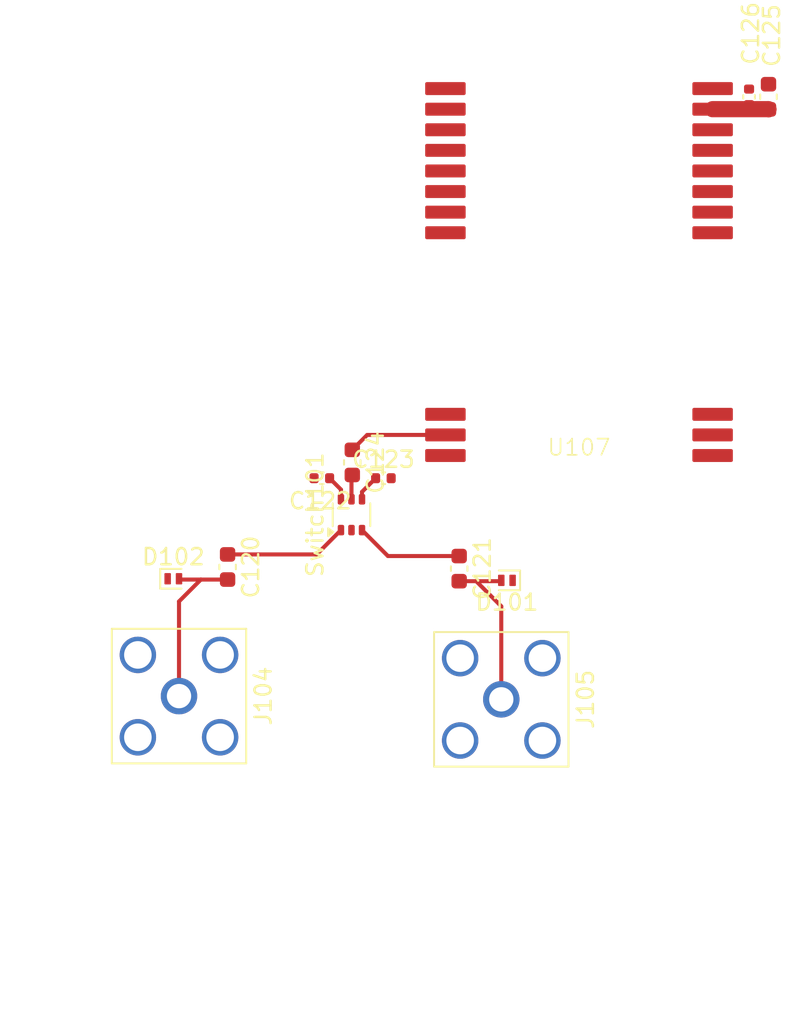
<source format=kicad_pcb>
(kicad_pcb (version 20240108) (generator "pcbnew") (generator_version "8.0")
  (layers (0 "F.Cu" signal) (31 "B.Cu" signal) (34 "B.Paste" user) (35 "F.Paste" user) (36 "B.SilkS" user "B.Silkscreen") (37 "F.SilkS" user "F.Silkscreen") (38 "B.Mask" user) (39 "F.Mask" user) (44 "Edge.Cuts" user))
  (net 0 "")
  (net 1 "Net-(D102-A2)")
  (net 2 "Net-(Switch101-J3)")
  (net 3 "Net-(D101-A2)")
  (net 4 "Net-(Switch101-J2)")
  (net 5 "/RF_switch1")
  (net 6 "GND")
  (net 7 "/RF_switch2")
  (net 8 "Net-(U107-ANT)")
  (net 9 "Net-(Switch101-J1)")
  (net 10 "VDD")
  (net 11 "/LoRa_RTX")
  (net 12 "/LoRa_M1")
  (net 13 "/LoRa_AUX")
  (net 14 "/LoRa_M0")
  (net 15 "/LoRa_TRX")
  (footprint "Connector_Coaxial:SMA_Amphenol_132203-12_Horizontal" (layer "F.Cu") (at 109.1 123.0375 180)
    (property "Reference" "J104" (at -5.2 0 -90) (layer "F.SilkS"))
    (property "Value" "SMA")
    (fp_line (start 4.15 -4.15) (end 4.15 4.15) (stroke (width 0.12)) (layer "F.SilkS"))
    (fp_line (start -4.15 4.15) (end 4.15 4.15) (stroke (width 0.12)) (layer "F.SilkS"))
    (fp_line (start -4.15 -4.15) (end 4.15 -4.15) (stroke (width 0.12)) (layer "F.SilkS"))
    (fp_line (start -4.15 -4.15) (end -4.15 4.15) (stroke (width 0.12)) (layer "F.SilkS"))
    (pad "1" thru_hole circle (at 0 0 180) (size 2.25 2.25) (drill 1.5) (layers "*.Cu" "*.Mask") (net 1 "Net-(D102-A2)"))
    (pad "2" thru_hole circle (at -2.54 -2.54 180) (size 2.25 2.25) (drill 1.7) (layers "*.Cu" "*.Mask") (net 6 "GND"))
    (pad "2" thru_hole circle (at -2.54 2.54 180) (size 2.25 2.25) (drill 1.7) (layers "*.Cu" "*.Mask") (net 6 "GND"))
    (pad "2" thru_hole circle (at 2.54 -2.54 180) (size 2.25 2.25) (drill 1.7) (layers "*.Cu" "*.Mask") (net 6 "GND"))
    (pad "2" thru_hole circle (at 2.54 2.54 270) (size 2.25 2.25) (drill 1.7) (layers "*.Cu" "*.Mask") (net 6 "GND"))
  )
  (footprint "Diode_SMD:D_SOD-882" (layer "F.Cu") (at 129.35 115.9 180)
    (property "Reference" "D101" (at 0 -1.35 180) (layer "F.SilkS"))
    (property "Value" "ESD9B5.0ST5G")
    (fp_line (start -0.81 0.61) (end 0.5 0.61) (stroke (width 0.12)) (layer "F.SilkS"))
    (fp_line (start -0.81 -0.61) (end 0.5 -0.61) (stroke (width 0.12)) (layer "F.SilkS"))
    (fp_line (start -0.81 -0.61) (end -0.81 0.61) (stroke (width 0.12)) (layer "F.SilkS"))
    (pad "1" smd roundrect (at -0.35 0 180) (size 0.4 0.7) (layers "F.Cu" "F.Mask") (roundrect_rratio 0.125) (net 6 "GND"))
    (pad "2" smd roundrect (at 0.35 0 180) (size 0.4 0.7) (layers "F.Cu" "F.Mask") (roundrect_rratio 0.125) (net 3 "Net-(D101-A2)"))
  )
  (footprint "Capacitor_SMD:C_0402_1005Metric" (layer "F.Cu") (at 121.72 109.6)
    (property "Reference" "C123" (at 0 -1.16 0) (layer "F.SilkS"))
    (property "Value" "100n")
    (fp_line (start -0.107836 -0.36) (end 0.107836 -0.36) (stroke (width 0.12)) (layer "F.SilkS"))
    (fp_line (start -0.107836 0.36) (end 0.107836 0.36) (stroke (width 0.12)) (layer "F.SilkS"))
    (pad "1" smd roundrect (at -0.48 0) (size 0.56 0.62) (layers "F.Cu" "F.Paste" "F.Mask") (net 7 "/RF_switch2"))
    (pad "2" smd roundrect (at 0.48 0) (size 0.56 0.62) (layers "F.Cu" "F.Paste" "F.Mask") (net 6 "GND"))
  )
  (footprint "Package_TO_SOT_SMD:SOT-363_SC-70-6" (layer "F.Cu") (at 119.75 111.85 90)
    (property "Reference" "Switch101" (at 0 -2.25 -90) (layer "F.SilkS"))
    (property "Value" "XA17-G4K1")
    (fp_line (start -0.71 -1.16) (end 0.7 -1.16) (stroke (width 0.12)) (layer "F.SilkS"))
    (fp_line (start -0.7 1.16) (end 0.7 1.16) (stroke (width 0.12)) (layer "F.SilkS"))
    (fp_poly (pts (xy -1.08 -1.11) (xy -1.32 -1.44) (xy -0.84 -1.44) (xy -1.08 -1.11)) (stroke (width 0.12)) (fill solid) (layer "F.SilkS"))
    (pad "1" smd roundrect (at -0.95 -0.65 90) (size 0.65 0.4) (layers "F.Cu" "F.Paste" "F.Mask") (net 2 "Net-(Switch101-J3)"))
    (pad "2" smd roundrect (at -0.95 0 90) (size 0.65 0.4) (layers "F.Cu" "F.Paste" "F.Mask") (net 6 "GND"))
    (pad "3" smd roundrect (at -0.95 0.65 90) (size 0.65 0.4) (layers "F.Cu" "F.Paste" "F.Mask") (net 4 "Net-(Switch101-J2)"))
    (pad "4" smd roundrect (at 0.95 0.65 90) (size 0.65 0.4) (layers "F.Cu" "F.Paste" "F.Mask") (net 7 "/RF_switch2"))
    (pad "5" smd roundrect (at 0.95 0 90) (size 0.65 0.4) (layers "F.Cu" "F.Paste" "F.Mask") (net 9 "Net-(Switch101-J1)"))
    (pad "6" smd roundrect (at 0.95 -0.65 90) (size 0.65 0.4) (layers "F.Cu" "F.Paste" "F.Mask") (net 5 "/RF_switch1"))
  )
  (footprint "Connector_Coaxial:SMA_Amphenol_132203-12_Horizontal" (layer "F.Cu") (at 129 123.2375 180)
    (property "Reference" "J105" (at -5.2 0 -90) (layer "F.SilkS"))
    (property "Value" "SMA")
    (fp_line (start 4.15 -4.15) (end 4.15 4.15) (stroke (width 0.12)) (layer "F.SilkS"))
    (fp_line (start -4.15 4.15) (end 4.15 4.15) (stroke (width 0.12)) (layer "F.SilkS"))
    (fp_line (start -4.15 -4.15) (end 4.15 -4.15) (stroke (width 0.12)) (layer "F.SilkS"))
    (fp_line (start -4.15 -4.15) (end -4.15 4.15) (stroke (width 0.12)) (layer "F.SilkS"))
    (pad "1" thru_hole circle (at 0 0 180) (size 2.25 2.25) (drill 1.5) (layers "*.Cu" "*.Mask") (net 3 "Net-(D101-A2)"))
    (pad "2" thru_hole circle (at -2.54 -2.54 180) (size 2.25 2.25) (drill 1.7) (layers "*.Cu" "*.Mask") (net 6 "GND"))
    (pad "2" thru_hole circle (at -2.54 2.54 180) (size 2.25 2.25) (drill 1.7) (layers "*.Cu" "*.Mask") (net 6 "GND"))
    (pad "2" thru_hole circle (at 2.54 -2.54 180) (size 2.25 2.25) (drill 1.7) (layers "*.Cu" "*.Mask") (net 6 "GND"))
    (pad "2" thru_hole circle (at 2.54 2.54 270) (size 2.25 2.25) (drill 1.7) (layers "*.Cu" "*.Mask") (net 6 "GND"))
  )
  (footprint "Capacitor_SMD:C_0603_1608Metric" (layer "F.Cu") (at 112.1 115.075 -90)
    (property "Reference" "C120" (at 0 -1.43 90) (layer "F.SilkS"))
    (property "Value" "100p")
    (fp_line (start -0.14058 0.51) (end 0.14058 0.51) (stroke (width 0.12)) (layer "F.SilkS"))
    (fp_line (start -0.14058 -0.51) (end 0.14058 -0.51) (stroke (width 0.12)) (layer "F.SilkS"))
    (pad "1" smd roundrect (at -0.775 0 270) (size 0.9 0.95) (layers "F.Cu" "F.Paste" "F.Mask") (net 2 "Net-(Switch101-J3)"))
    (pad "2" smd roundrect (at 0.775 0 270) (size 0.9 0.95) (layers "F.Cu" "F.Paste" "F.Mask") (net 1 "Net-(D102-A2)"))
  )
  (footprint "Diode_SMD:D_SOD-882" (layer "F.Cu") (at 108.75 115.8)
    (property "Reference" "D102" (at 0 -1.35 0) (layer "F.SilkS"))
    (property "Value" "ESD9B5.0ST5G")
    (fp_line (start -0.81 -0.61) (end -0.81 0.61) (stroke (width 0.12)) (layer "F.SilkS"))
    (fp_line (start -0.81 -0.61) (end 0.5 -0.61) (stroke (width 0.12)) (layer "F.SilkS"))
    (fp_line (start -0.81 0.61) (end 0.5 0.61) (stroke (width 0.12)) (layer "F.SilkS"))
    (pad "1" smd roundrect (at -0.35 0) (size 0.4 0.7) (layers "F.Cu" "F.Mask") (roundrect_rratio 0.125) (net 6 "GND"))
    (pad "2" smd roundrect (at 0.35 0) (size 0.4 0.7) (layers "F.Cu" "F.Mask") (roundrect_rratio 0.125) (net 1 "Net-(D102-A2)"))
  )
  (footprint "Capacitor_SMD:C_0603_1608Metric" (layer "F.Cu") (at 119.8 108.625 -90)
    (property "Reference" "C124" (at 0 -1.43 90) (layer "F.SilkS"))
    (property "Value" "100p")
    (fp_line (start -0.14058 0.51) (end 0.14058 0.51) (stroke (width 0.12)) (layer "F.SilkS"))
    (fp_line (start -0.14058 -0.51) (end 0.14058 -0.51) (stroke (width 0.12)) (layer "F.SilkS"))
    (pad "1" smd roundrect (at -0.775 0 270) (size 0.9 0.95) (layers "F.Cu" "F.Paste" "F.Mask") (net 8 "Net-(U107-ANT)"))
    (pad "2" smd roundrect (at 0.775 0 270) (size 0.9 0.95) (layers "F.Cu" "F.Paste" "F.Mask") (net 9 "Net-(Switch101-J1)"))
  )
  (footprint "Capacitor_SMD:C_0402_1005Metric" (layer "F.Cu") (at 117.92 109.6 180)
    (property "Reference" "C122" (at 0.1 -1.4 180) (layer "F.SilkS"))
    (property "Value" "100n")
    (fp_line (start -0.107836 0.36) (end 0.107836 0.36) (stroke (width 0.12)) (layer "F.SilkS"))
    (fp_line (start -0.107836 -0.36) (end 0.107836 -0.36) (stroke (width 0.12)) (layer "F.SilkS"))
    (pad "1" smd roundrect (at -0.48 0 180) (size 0.56 0.62) (layers "F.Cu" "F.Paste" "F.Mask") (net 5 "/RF_switch1"))
    (pad "2" smd roundrect (at 0.48 0 180) (size 0.56 0.62) (layers "F.Cu" "F.Paste" "F.Mask") (net 6 "GND"))
  )
  (footprint "Capacitor_SMD:C_0402_1005Metric" (layer "F.Cu") (at 144.3 86.08 90)
    (property "Reference" "C126" (at 3.92 0.1 -90) (layer "F.SilkS"))
    (property "Value" "100n")
    (fp_line (start -0.107836 -0.36) (end 0.107836 -0.36) (stroke (width 0.12)) (layer "F.SilkS"))
    (fp_line (start -0.107836 0.36) (end 0.107836 0.36) (stroke (width 0.12)) (layer "F.SilkS"))
    (pad "1" smd roundrect (at -0.48 0 90) (size 0.56 0.62) (layers "F.Cu" "F.Paste" "F.Mask") (net 10 "VDD"))
    (pad "2" smd roundrect (at 0.48 0 90) (size 0.56 0.62) (layers "F.Cu" "F.Paste" "F.Mask") (net 6 "GND"))
  )
  (footprint "Capacitor_SMD:C_0603_1608Metric" (layer "F.Cu") (at 126.4 115.175 -90)
    (property "Reference" "C121" (at 0 -1.43 90) (layer "F.SilkS"))
    (property "Value" "100p")
    (fp_line (start -0.14058 0.51) (end 0.14058 0.51) (stroke (width 0.12)) (layer "F.SilkS"))
    (fp_line (start -0.14058 -0.51) (end 0.14058 -0.51) (stroke (width 0.12)) (layer "F.SilkS"))
    (pad "1" smd roundrect (at -0.775 0 270) (size 0.9 0.95) (layers "F.Cu" "F.Paste" "F.Mask") (net 4 "Net-(Switch101-J2)"))
    (pad "2" smd roundrect (at 0.775 0 270) (size 0.9 0.95) (layers "F.Cu" "F.Paste" "F.Mask") (net 3 "Net-(D101-A2)"))
  )
  (footprint "WOBCLibrary:E220-900T22S(JP)" (layer "F.Cu") (at 133.8 108.2)
    (property "Reference" "U107" (at 0 -0.5 0) (layer "F.SilkS") (effects (font (thickness 0.1))))
    (property "Value" "E220-900T22S(JP)")
    (pad "1" smd roundrect (at 8.25 0) (size 2.5 0.8) (layers "F.Cu" "F.Paste" "F.Mask") (roundrect_rratio 0.125) (net 6 "GND"))
    (pad "2" smd roundrect (at 8.25 -1.27) (size 2.5 0.8) (layers "F.Cu" "F.Paste" "F.Mask") (roundrect_rratio 0.125) (net 6 "GND"))
    (pad "3" smd roundrect (at 8.25 -2.54) (size 2.5 0.8) (layers "F.Cu" "F.Paste" "F.Mask") (roundrect_rratio 0.125) (net 6 "GND"))
    (pad "4" smd roundrect (at 8.25 -13.74) (size 2.5 0.8) (layers "F.Cu" "F.Paste" "F.Mask") (roundrect_rratio 0.125) (net 6 "GND"))
    (pad "5" smd roundrect (at 8.25 -15.01) (size 2.5 0.8) (layers "F.Cu" "F.Paste" "F.Mask") (roundrect_rratio 0.125) (net 14 "/LoRa_M0"))
    (pad "6" smd roundrect (at 8.25 -16.28) (size 2.5 0.8) (layers "F.Cu" "F.Paste" "F.Mask") (roundrect_rratio 0.125) (net 12 "/LoRa_M1"))
    (pad "7" smd roundrect (at 8.25 -17.55) (size 2.5 0.8) (layers "F.Cu" "F.Paste" "F.Mask") (roundrect_rratio 0.125) (net 15 "/LoRa_TRX"))
    (pad "8" smd roundrect (at 8.25 -18.82) (size 2.5 0.8) (layers "F.Cu" "F.Paste" "F.Mask") (roundrect_rratio 0.125) (net 11 "/LoRa_RTX"))
    (pad "9" smd roundrect (at 8.25 -20.09) (size 2.5 0.8) (layers "F.Cu" "F.Paste" "F.Mask") (roundrect_rratio 0.125) (net 13 "/LoRa_AUX"))
    (pad "10" smd roundrect (at 8.25 -21.36) (size 2.5 0.8) (layers "F.Cu" "F.Paste" "F.Mask") (roundrect_rratio 0.125) (net 10 "VDD"))
    (pad "11" smd roundrect (at 8.25 -22.63) (size 2.5 0.8) (layers "F.Cu" "F.Paste" "F.Mask") (roundrect_rratio 0.125) (net 6 "GND"))
    (pad "12" smd roundrect (at -8.25 -22.63) (size 2.5 0.8) (layers "F.Cu" "F.Paste" "F.Mask") (roundrect_rratio 0.125))
    (pad "13" smd roundrect (at -8.25 -21.36) (size 2.5 0.8) (layers "F.Cu" "F.Paste" "F.Mask") (roundrect_rratio 0.125) (net 6 "GND"))
    (pad "14" smd roundrect (at -8.25 -20.09) (size 2.5 0.8) (layers "F.Cu" "F.Paste" "F.Mask") (roundrect_rratio 0.125))
    (pad "15" smd roundrect (at -8.25 -18.82) (size 2.5 0.8) (layers "F.Cu" "F.Paste" "F.Mask") (roundrect_rratio 0.125))
    (pad "16" smd roundrect (at -8.25 -17.55) (size 2.5 0.8) (layers "F.Cu" "F.Paste" "F.Mask") (roundrect_rratio 0.125))
    (pad "17" smd roundrect (at -8.25 -16.28) (size 2.5 0.8) (layers "F.Cu" "F.Paste" "F.Mask") (roundrect_rratio 0.125))
    (pad "18" smd roundrect (at -8.25 -15.01) (size 2.5 0.8) (layers "F.Cu" "F.Paste" "F.Mask") (roundrect_rratio 0.125))
    (pad "19" smd roundrect (at -8.25 -13.74) (size 2.5 0.8) (layers "F.Cu" "F.Paste" "F.Mask") (roundrect_rratio 0.125) (net 6 "GND"))
    (pad "20" smd roundrect (at -8.25 -2.54) (size 2.5 0.8) (layers "F.Cu" "F.Paste" "F.Mask") (roundrect_rratio 0.125) (net 6 "GND"))
    (pad "21" smd roundrect (at -8.25 -1.27) (size 2.5 0.8) (layers "F.Cu" "F.Paste" "F.Mask") (roundrect_rratio 0.125) (net 8 "Net-(U107-ANT)"))
    (pad "22" smd roundrect (at -8.25 0) (size 2.5 0.8) (layers "F.Cu" "F.Paste" "F.Mask") (roundrect_rratio 0.125) (net 6 "GND"))
  )
  (footprint "Capacitor_SMD:C_0603_1608Metric" (layer "F.Cu") (at 145.5 86.075 90)
    (property "Reference" "C125" (at 3.775 0.2 -90) (layer "F.SilkS"))
    (property "Value" "10u")
    (fp_line (start -0.14058 -0.51) (end 0.14058 -0.51) (stroke (width 0.12)) (layer "F.SilkS"))
    (fp_line (start -0.14058 0.51) (end 0.14058 0.51) (stroke (width 0.12)) (layer "F.SilkS"))
    (pad "1" smd roundrect (at -0.775 0 90) (size 0.9 0.95) (layers "F.Cu" "F.Paste" "F.Mask") (net 10 "VDD"))
    (pad "2" smd roundrect (at 0.775 0 90) (size 0.9 0.95) (layers "F.Cu" "F.Paste" "F.Mask") (net 6 "GND"))
  )
  (segment (start 109.1 117.2) (end 109.1 123.0375) (width 0.25) (layer "F.Cu") (net 1))
  (segment (start 110.45 115.85) (end 109.1 117.2) (width 0.25) (layer "F.Cu") (net 1))
  (segment (start 109.15 115.85) (end 110.45 115.85) (width 0.25) (layer "F.Cu") (net 1))
  (segment (start 109.1 115.8) (end 109.15 115.85) (width 0.25) (layer "F.Cu") (net 1))
  (segment (start 112.1 115.85) (end 110.45 115.85) (width 0.25) (layer "F.Cu") (net 1))
  (segment (start 117.6 114.3) (end 119.1 112.8) (width 0.25) (layer "F.Cu") (net 2))
  (segment (start 112.1 114.3) (end 117.6 114.3) (width 0.25) (layer "F.Cu") (net 2))
  (segment (start 127.45 115.95) (end 129 117.5) (width 0.25) (layer "F.Cu") (net 3))
  (segment (start 129 117.5) (end 129 123.2375) (width 0.25) (layer "F.Cu") (net 3))
  (segment (start 128.95 115.95) (end 127.45 115.95) (width 0.25) (layer "F.Cu") (net 3))
  (segment (start 129 115.9) (end 128.95 115.95) (width 0.25) (layer "F.Cu") (net 3))
  (segment (start 126.4 115.95) (end 127.45 115.95) (width 0.25) (layer "F.Cu") (net 3))
  (segment (start 120.4 112.8) (end 122 114.4) (width 0.25) (layer "F.Cu") (net 4))
  (segment (start 122 114.4) (end 126.4 114.4) (width 0.25) (layer "F.Cu") (net 4))
  (segment (start 119.1 110.9) (end 119.1 110.3) (width 0.25) (layer "F.Cu") (net 5))
  (segment (start 119.1 110.3) (end 118.4 109.6) (width 0.25) (layer "F.Cu") (net 5))
  (segment (start 120.4 110.44) (end 121.24 109.6) (width 0.25) (layer "F.Cu") (net 7))
  (segment (start 120.4 110.9) (end 120.4 110.44) (width 0.25) (layer "F.Cu") (net 7))
  (segment (start 120.72 106.93) (end 125.55 106.93) (width 0.25) (layer "F.Cu") (net 8))
  (segment (start 119.8 107.85) (end 120.72 106.93) (width 0.25) (layer "F.Cu") (net 8))
  (segment (start 119.75 110.9) (end 119.75 109.45) (width 0.25) (layer "F.Cu") (net 9))
  (segment (start 119.75 109.45) (end 119.8 109.4) (width 0.25) (layer "F.Cu") (net 9))
  (segment (start 145.49 86.84) (end 145.5 86.85) (width 1) (layer "F.Cu") (net 10))
  (segment (start 142.05 86.84) (end 145.49 86.84) (width 1) (layer "F.Cu") (net 10))
)
</source>
